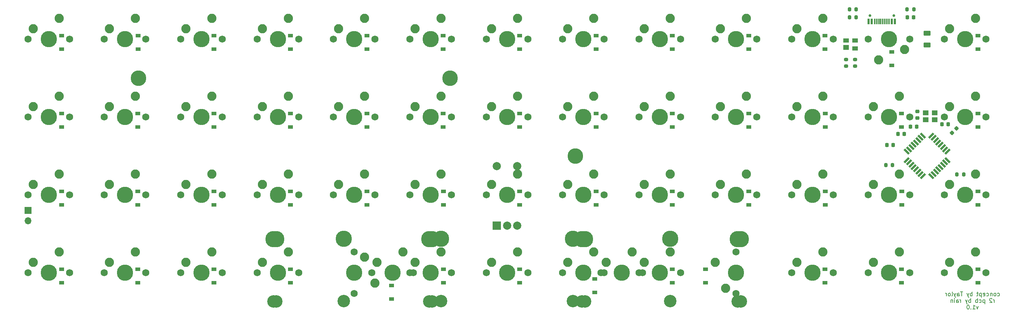
<source format=gbr>
%TF.GenerationSoftware,KiCad,Pcbnew,(5.99.0-11145-g173c9a974c)*%
%TF.CreationDate,2021-07-27T16:02:07-07:00*%
%TF.ProjectId,minibaen r2,6d696e69-6261-4656-9e20-72322e6b6963,rev?*%
%TF.SameCoordinates,Original*%
%TF.FileFunction,Soldermask,Bot*%
%TF.FilePolarity,Negative*%
%FSLAX46Y46*%
G04 Gerber Fmt 4.6, Leading zero omitted, Abs format (unit mm)*
G04 Created by KiCad (PCBNEW (5.99.0-11145-g173c9a974c)) date 2021-07-27 16:02:07*
%MOMM*%
%LPD*%
G01*
G04 APERTURE LIST*
G04 Aperture macros list*
%AMRoundRect*
0 Rectangle with rounded corners*
0 $1 Rounding radius*
0 $2 $3 $4 $5 $6 $7 $8 $9 X,Y pos of 4 corners*
0 Add a 4 corners polygon primitive as box body*
4,1,4,$2,$3,$4,$5,$6,$7,$8,$9,$2,$3,0*
0 Add four circle primitives for the rounded corners*
1,1,$1+$1,$2,$3*
1,1,$1+$1,$4,$5*
1,1,$1+$1,$6,$7*
1,1,$1+$1,$8,$9*
0 Add four rect primitives between the rounded corners*
20,1,$1+$1,$2,$3,$4,$5,0*
20,1,$1+$1,$4,$5,$6,$7,0*
20,1,$1+$1,$6,$7,$8,$9,0*
20,1,$1+$1,$8,$9,$2,$3,0*%
%AMRotRect*
0 Rectangle, with rotation*
0 The origin of the aperture is its center*
0 $1 length*
0 $2 width*
0 $3 Rotation angle, in degrees counterclockwise*
0 Add horizontal line*
21,1,$1,$2,0,0,$3*%
G04 Aperture macros list end*
%ADD10C,0.150000*%
%ADD11R,1.700000X1.700000*%
%ADD12O,1.700000X1.700000*%
%ADD13C,3.987800*%
%ADD14C,1.750000*%
%ADD15C,2.250000*%
%ADD16R,2.000000X2.000000*%
%ADD17C,2.000000*%
%ADD18C,3.048000*%
%ADD19C,3.800000*%
%ADD20R,1.200000X0.900000*%
%ADD21RoundRect,0.225000X0.225000X0.250000X-0.225000X0.250000X-0.225000X-0.250000X0.225000X-0.250000X0*%
%ADD22R,1.400000X1.200000*%
%ADD23R,1.400000X1.000000*%
%ADD24RoundRect,0.200000X0.200000X0.275000X-0.200000X0.275000X-0.200000X-0.275000X0.200000X-0.275000X0*%
%ADD25C,0.650000*%
%ADD26R,0.600000X1.450000*%
%ADD27R,0.300000X1.450000*%
%ADD28RoundRect,0.200000X0.275000X-0.200000X0.275000X0.200000X-0.275000X0.200000X-0.275000X-0.200000X0*%
%ADD29RotRect,1.600000X0.550000X225.000000*%
%ADD30RotRect,1.600000X0.550000X135.000000*%
%ADD31RoundRect,0.200000X-0.200000X-0.275000X0.200000X-0.275000X0.200000X0.275000X-0.200000X0.275000X0*%
%ADD32RoundRect,0.250000X0.625000X-0.375000X0.625000X0.375000X-0.625000X0.375000X-0.625000X-0.375000X0*%
%ADD33RoundRect,0.225000X0.017678X-0.335876X0.335876X-0.017678X-0.017678X0.335876X-0.335876X0.017678X0*%
%ADD34RoundRect,0.225000X-0.250000X0.225000X-0.250000X-0.225000X0.250000X-0.225000X0.250000X0.225000X0*%
G04 APERTURE END LIST*
D10*
X269395238Y-100894761D02*
X269490476Y-100942380D01*
X269680952Y-100942380D01*
X269776190Y-100894761D01*
X269823809Y-100847142D01*
X269871428Y-100751904D01*
X269871428Y-100466190D01*
X269823809Y-100370952D01*
X269776190Y-100323333D01*
X269680952Y-100275714D01*
X269490476Y-100275714D01*
X269395238Y-100323333D01*
X268823809Y-100942380D02*
X268919047Y-100894761D01*
X268966666Y-100847142D01*
X269014285Y-100751904D01*
X269014285Y-100466190D01*
X268966666Y-100370952D01*
X268919047Y-100323333D01*
X268823809Y-100275714D01*
X268680952Y-100275714D01*
X268585714Y-100323333D01*
X268538095Y-100370952D01*
X268490476Y-100466190D01*
X268490476Y-100751904D01*
X268538095Y-100847142D01*
X268585714Y-100894761D01*
X268680952Y-100942380D01*
X268823809Y-100942380D01*
X268061904Y-100275714D02*
X268061904Y-100942380D01*
X268061904Y-100370952D02*
X268014285Y-100323333D01*
X267919047Y-100275714D01*
X267776190Y-100275714D01*
X267680952Y-100323333D01*
X267633333Y-100418571D01*
X267633333Y-100942380D01*
X266728571Y-100894761D02*
X266823809Y-100942380D01*
X267014285Y-100942380D01*
X267109523Y-100894761D01*
X267157142Y-100847142D01*
X267204761Y-100751904D01*
X267204761Y-100466190D01*
X267157142Y-100370952D01*
X267109523Y-100323333D01*
X267014285Y-100275714D01*
X266823809Y-100275714D01*
X266728571Y-100323333D01*
X265919047Y-100894761D02*
X266014285Y-100942380D01*
X266204761Y-100942380D01*
X266300000Y-100894761D01*
X266347619Y-100799523D01*
X266347619Y-100418571D01*
X266300000Y-100323333D01*
X266204761Y-100275714D01*
X266014285Y-100275714D01*
X265919047Y-100323333D01*
X265871428Y-100418571D01*
X265871428Y-100513809D01*
X266347619Y-100609047D01*
X265442857Y-100275714D02*
X265442857Y-101275714D01*
X265442857Y-100323333D02*
X265347619Y-100275714D01*
X265157142Y-100275714D01*
X265061904Y-100323333D01*
X265014285Y-100370952D01*
X264966666Y-100466190D01*
X264966666Y-100751904D01*
X265014285Y-100847142D01*
X265061904Y-100894761D01*
X265157142Y-100942380D01*
X265347619Y-100942380D01*
X265442857Y-100894761D01*
X264680952Y-100275714D02*
X264300000Y-100275714D01*
X264538095Y-99942380D02*
X264538095Y-100799523D01*
X264490476Y-100894761D01*
X264395238Y-100942380D01*
X264300000Y-100942380D01*
X263204761Y-100942380D02*
X263204761Y-99942380D01*
X263204761Y-100323333D02*
X263109523Y-100275714D01*
X262919047Y-100275714D01*
X262823809Y-100323333D01*
X262776190Y-100370952D01*
X262728571Y-100466190D01*
X262728571Y-100751904D01*
X262776190Y-100847142D01*
X262823809Y-100894761D01*
X262919047Y-100942380D01*
X263109523Y-100942380D01*
X263204761Y-100894761D01*
X262395238Y-100275714D02*
X262157142Y-100942380D01*
X261919047Y-100275714D02*
X262157142Y-100942380D01*
X262252380Y-101180476D01*
X262300000Y-101228095D01*
X262395238Y-101275714D01*
X260919047Y-99942380D02*
X260347619Y-99942380D01*
X260633333Y-100942380D02*
X260633333Y-99942380D01*
X259585714Y-100942380D02*
X259585714Y-100418571D01*
X259633333Y-100323333D01*
X259728571Y-100275714D01*
X259919047Y-100275714D01*
X260014285Y-100323333D01*
X259585714Y-100894761D02*
X259680952Y-100942380D01*
X259919047Y-100942380D01*
X260014285Y-100894761D01*
X260061904Y-100799523D01*
X260061904Y-100704285D01*
X260014285Y-100609047D01*
X259919047Y-100561428D01*
X259680952Y-100561428D01*
X259585714Y-100513809D01*
X259204761Y-100275714D02*
X258966666Y-100942380D01*
X258728571Y-100275714D02*
X258966666Y-100942380D01*
X259061904Y-101180476D01*
X259109523Y-101228095D01*
X259204761Y-101275714D01*
X258204761Y-100942380D02*
X258300000Y-100894761D01*
X258347619Y-100799523D01*
X258347619Y-99942380D01*
X257680952Y-100942380D02*
X257776190Y-100894761D01*
X257823809Y-100847142D01*
X257871428Y-100751904D01*
X257871428Y-100466190D01*
X257823809Y-100370952D01*
X257776190Y-100323333D01*
X257680952Y-100275714D01*
X257538095Y-100275714D01*
X257442857Y-100323333D01*
X257395238Y-100370952D01*
X257347619Y-100466190D01*
X257347619Y-100751904D01*
X257395238Y-100847142D01*
X257442857Y-100894761D01*
X257538095Y-100942380D01*
X257680952Y-100942380D01*
X256919047Y-100942380D02*
X256919047Y-100275714D01*
X256919047Y-100466190D02*
X256871428Y-100370952D01*
X256823809Y-100323333D01*
X256728571Y-100275714D01*
X256633333Y-100275714D01*
X268609523Y-102552380D02*
X268609523Y-101885714D01*
X268609523Y-102076190D02*
X268561904Y-101980952D01*
X268514285Y-101933333D01*
X268419047Y-101885714D01*
X268323809Y-101885714D01*
X268038095Y-101647619D02*
X267990476Y-101600000D01*
X267895238Y-101552380D01*
X267657142Y-101552380D01*
X267561904Y-101600000D01*
X267514285Y-101647619D01*
X267466666Y-101742857D01*
X267466666Y-101838095D01*
X267514285Y-101980952D01*
X268085714Y-102552380D01*
X267466666Y-102552380D01*
X266276190Y-101885714D02*
X266276190Y-102885714D01*
X266276190Y-101933333D02*
X266180952Y-101885714D01*
X265990476Y-101885714D01*
X265895238Y-101933333D01*
X265847619Y-101980952D01*
X265800000Y-102076190D01*
X265800000Y-102361904D01*
X265847619Y-102457142D01*
X265895238Y-102504761D01*
X265990476Y-102552380D01*
X266180952Y-102552380D01*
X266276190Y-102504761D01*
X264942857Y-102504761D02*
X265038095Y-102552380D01*
X265228571Y-102552380D01*
X265323809Y-102504761D01*
X265371428Y-102457142D01*
X265419047Y-102361904D01*
X265419047Y-102076190D01*
X265371428Y-101980952D01*
X265323809Y-101933333D01*
X265228571Y-101885714D01*
X265038095Y-101885714D01*
X264942857Y-101933333D01*
X264514285Y-102552380D02*
X264514285Y-101552380D01*
X264514285Y-101933333D02*
X264419047Y-101885714D01*
X264228571Y-101885714D01*
X264133333Y-101933333D01*
X264085714Y-101980952D01*
X264038095Y-102076190D01*
X264038095Y-102361904D01*
X264085714Y-102457142D01*
X264133333Y-102504761D01*
X264228571Y-102552380D01*
X264419047Y-102552380D01*
X264514285Y-102504761D01*
X262847619Y-102552380D02*
X262847619Y-101552380D01*
X262847619Y-101933333D02*
X262752380Y-101885714D01*
X262561904Y-101885714D01*
X262466666Y-101933333D01*
X262419047Y-101980952D01*
X262371428Y-102076190D01*
X262371428Y-102361904D01*
X262419047Y-102457142D01*
X262466666Y-102504761D01*
X262561904Y-102552380D01*
X262752380Y-102552380D01*
X262847619Y-102504761D01*
X262038095Y-101885714D02*
X261800000Y-102552380D01*
X261561904Y-101885714D02*
X261800000Y-102552380D01*
X261895238Y-102790476D01*
X261942857Y-102838095D01*
X262038095Y-102885714D01*
X260419047Y-102552380D02*
X260419047Y-101885714D01*
X260419047Y-102076190D02*
X260371428Y-101980952D01*
X260323809Y-101933333D01*
X260228571Y-101885714D01*
X260133333Y-101885714D01*
X259371428Y-102552380D02*
X259371428Y-102028571D01*
X259419047Y-101933333D01*
X259514285Y-101885714D01*
X259704761Y-101885714D01*
X259800000Y-101933333D01*
X259371428Y-102504761D02*
X259466666Y-102552380D01*
X259704761Y-102552380D01*
X259800000Y-102504761D01*
X259847619Y-102409523D01*
X259847619Y-102314285D01*
X259800000Y-102219047D01*
X259704761Y-102171428D01*
X259466666Y-102171428D01*
X259371428Y-102123809D01*
X258895238Y-102552380D02*
X258895238Y-101885714D01*
X258895238Y-101552380D02*
X258942857Y-101600000D01*
X258895238Y-101647619D01*
X258847619Y-101600000D01*
X258895238Y-101552380D01*
X258895238Y-101647619D01*
X258419047Y-101885714D02*
X258419047Y-102552380D01*
X258419047Y-101980952D02*
X258371428Y-101933333D01*
X258276190Y-101885714D01*
X258133333Y-101885714D01*
X258038095Y-101933333D01*
X257990476Y-102028571D01*
X257990476Y-102552380D01*
X264728571Y-103495714D02*
X264490476Y-104162380D01*
X264252380Y-103495714D01*
X263347619Y-104162380D02*
X263919047Y-104162380D01*
X263633333Y-104162380D02*
X263633333Y-103162380D01*
X263728571Y-103305238D01*
X263823809Y-103400476D01*
X263919047Y-103448095D01*
X262919047Y-104067142D02*
X262871428Y-104114761D01*
X262919047Y-104162380D01*
X262966666Y-104114761D01*
X262919047Y-104067142D01*
X262919047Y-104162380D01*
X262252380Y-103162380D02*
X262157142Y-103162380D01*
X262061904Y-103210000D01*
X262014285Y-103257619D01*
X261966666Y-103352857D01*
X261919047Y-103543333D01*
X261919047Y-103781428D01*
X261966666Y-103971904D01*
X262014285Y-104067142D01*
X262061904Y-104114761D01*
X262157142Y-104162380D01*
X262252380Y-104162380D01*
X262347619Y-104114761D01*
X262395238Y-104067142D01*
X262442857Y-103971904D01*
X262490476Y-103781428D01*
X262490476Y-103543333D01*
X262442857Y-103352857D01*
X262395238Y-103257619D01*
X262347619Y-103210000D01*
X262252380Y-103162380D01*
D11*
%TO.C,SW1*%
X32300000Y-80000000D03*
D12*
X32300000Y-82540000D03*
%TD*%
D13*
%TO.C,MX5*%
X112080000Y-38100000D03*
D14*
X117160000Y-38100000D03*
X107000000Y-38100000D03*
D15*
X108270000Y-35560000D03*
X114620000Y-33020000D03*
%TD*%
D14*
%TO.C,MX1*%
X42440000Y-38100000D03*
D13*
X37360000Y-38100000D03*
D14*
X32280000Y-38100000D03*
D15*
X33550000Y-35560000D03*
X39900000Y-33020000D03*
%TD*%
D14*
%TO.C,MX35*%
X181720000Y-76200000D03*
D13*
X186800000Y-76200000D03*
D14*
X191880000Y-76200000D03*
D15*
X182990000Y-73660000D03*
X189340000Y-71120000D03*
%TD*%
D14*
%TO.C,MX47*%
X173200000Y-95250000D03*
X163040000Y-95250000D03*
D13*
X168120000Y-95250000D03*
D15*
X164310000Y-92710000D03*
X170660000Y-90170000D03*
%TD*%
D16*
%TO.C,SW2*%
X146940000Y-83700000D03*
D17*
X151940000Y-83700000D03*
X149440000Y-83700000D03*
X151940000Y-69200000D03*
X146940000Y-69200000D03*
%TD*%
D14*
%TO.C,MX42*%
X79800000Y-95250000D03*
X69640000Y-95250000D03*
D13*
X74720000Y-95250000D03*
D15*
X70910000Y-92710000D03*
X77260000Y-90170000D03*
%TD*%
D13*
%TO.C,MX56*%
X130390000Y-86995000D03*
D18*
X130390000Y-102235000D03*
D13*
X168490000Y-86995000D03*
D14*
X144360000Y-95250000D03*
D13*
X149440000Y-95250000D03*
D14*
X154520000Y-95250000D03*
D18*
X168490000Y-102235000D03*
D15*
X145630000Y-92710000D03*
X151980000Y-90170000D03*
%TD*%
D13*
%TO.C,MX40*%
X37360000Y-95250000D03*
D14*
X32280000Y-95250000D03*
X42440000Y-95250000D03*
D15*
X33550000Y-92710000D03*
X39900000Y-90170000D03*
%TD*%
D18*
%TO.C,MX58*%
X205850000Y-102235000D03*
D14*
X181720000Y-95250000D03*
X191880000Y-95250000D03*
D13*
X167750000Y-86995000D03*
X186800000Y-95250000D03*
D18*
X167750000Y-102235000D03*
D13*
X205850000Y-86995000D03*
D15*
X182990000Y-92710000D03*
X189340000Y-90170000D03*
%TD*%
D14*
%TO.C,MX36*%
X210560000Y-76200000D03*
D13*
X205480000Y-76200000D03*
D14*
X200400000Y-76200000D03*
D15*
X201670000Y-73660000D03*
X208020000Y-71120000D03*
%TD*%
D14*
%TO.C,MX29*%
X79800000Y-76200000D03*
X69640000Y-76200000D03*
D13*
X74720000Y-76200000D03*
D15*
X70910000Y-73660000D03*
X77260000Y-71120000D03*
%TD*%
D14*
%TO.C,MX15*%
X61120000Y-57150000D03*
D13*
X56040000Y-57150000D03*
D14*
X50960000Y-57150000D03*
D15*
X52230000Y-54610000D03*
X58580000Y-52070000D03*
%TD*%
D14*
%TO.C,MX22*%
X191880000Y-57150000D03*
D13*
X186800000Y-57150000D03*
D14*
X181720000Y-57150000D03*
D15*
X182990000Y-54610000D03*
X189340000Y-52070000D03*
%TD*%
D14*
%TO.C,MX55*%
X154520000Y-95250000D03*
D13*
X206590000Y-86995000D03*
X92290000Y-86995000D03*
D18*
X92290000Y-102235000D03*
D14*
X144360000Y-95250000D03*
D13*
X149440000Y-95250000D03*
D18*
X206590000Y-102235000D03*
D15*
X145630000Y-92710000D03*
X151980000Y-90170000D03*
%TD*%
D13*
%TO.C,MX11*%
X224160000Y-38100000D03*
D14*
X229240000Y-38100000D03*
X219080000Y-38100000D03*
D15*
X220350000Y-35560000D03*
X226700000Y-33020000D03*
%TD*%
D19*
%TO.C,H1*%
X59321000Y-47625000D03*
%TD*%
D14*
%TO.C,MX7*%
X154520000Y-38100000D03*
D13*
X149440000Y-38100000D03*
D14*
X144360000Y-38100000D03*
D15*
X145630000Y-35560000D03*
X151980000Y-33020000D03*
%TD*%
D14*
%TO.C,MX48*%
X191880000Y-95250000D03*
X181720000Y-95250000D03*
D13*
X186800000Y-95250000D03*
D15*
X182990000Y-92710000D03*
X189340000Y-90170000D03*
%TD*%
D13*
%TO.C,MX6*%
X130760000Y-38100000D03*
D14*
X125680000Y-38100000D03*
X135840000Y-38100000D03*
D15*
X126950000Y-35560000D03*
X133300000Y-33020000D03*
%TD*%
D14*
%TO.C,MX44*%
X112080000Y-100330000D03*
X112080000Y-90170000D03*
D13*
X112080000Y-95250000D03*
D15*
X114620000Y-91440000D03*
X117160000Y-97790000D03*
%TD*%
D14*
%TO.C,MX27*%
X32280000Y-76200000D03*
X42440000Y-76200000D03*
D13*
X37360000Y-76200000D03*
D15*
X33550000Y-73660000D03*
X39900000Y-71120000D03*
%TD*%
D14*
%TO.C,MX2*%
X50960000Y-38100000D03*
D13*
X56040000Y-38100000D03*
D14*
X61120000Y-38100000D03*
D15*
X52230000Y-35560000D03*
X58580000Y-33020000D03*
%TD*%
D13*
%TO.C,MX19*%
X130760000Y-57150000D03*
D14*
X135840000Y-57150000D03*
X125680000Y-57150000D03*
D15*
X126950000Y-54610000D03*
X133300000Y-52070000D03*
%TD*%
D14*
%TO.C,MX53*%
X116340000Y-95244000D03*
D13*
X121420000Y-95244000D03*
X109513750Y-86989000D03*
X133326250Y-86989000D03*
D18*
X109513750Y-102229000D03*
D14*
X126500000Y-95244000D03*
D18*
X133326250Y-102229000D03*
D15*
X117610000Y-92704000D03*
X123960000Y-90164000D03*
%TD*%
D13*
%TO.C,MX46*%
X149440000Y-95250000D03*
D14*
X144360000Y-95250000D03*
X154520000Y-95250000D03*
D15*
X145630000Y-92710000D03*
X151980000Y-90170000D03*
%TD*%
D13*
%TO.C,MX52*%
X261520000Y-95250000D03*
D14*
X256440000Y-95250000D03*
X266600000Y-95250000D03*
D15*
X257710000Y-92710000D03*
X264060000Y-90170000D03*
%TD*%
D14*
%TO.C,MX49*%
X205480000Y-100330000D03*
D13*
X205480000Y-95250000D03*
D14*
X205480000Y-90170000D03*
D15*
X202940000Y-99060000D03*
X200400000Y-92710000D03*
%TD*%
D14*
%TO.C,MX24*%
X229240000Y-57150000D03*
X219080000Y-57150000D03*
D13*
X224160000Y-57150000D03*
D15*
X220350000Y-54610000D03*
X226700000Y-52070000D03*
%TD*%
D13*
%TO.C,MX32*%
X130760000Y-76200000D03*
D14*
X135840000Y-76200000D03*
X125680000Y-76200000D03*
D15*
X126950000Y-73660000D03*
X133300000Y-71120000D03*
%TD*%
D13*
%TO.C,MX39*%
X261520000Y-76200000D03*
D14*
X266600000Y-76200000D03*
X256440000Y-76200000D03*
D15*
X257710000Y-73660000D03*
X264060000Y-71120000D03*
%TD*%
D13*
%TO.C,MX21*%
X168120000Y-57150000D03*
D14*
X163040000Y-57150000D03*
X173200000Y-57150000D03*
D15*
X164310000Y-54610000D03*
X170660000Y-52070000D03*
%TD*%
D14*
%TO.C,MX12*%
X237760000Y-38100000D03*
X247920000Y-38100000D03*
D13*
X242840000Y-38100000D03*
D15*
X246650000Y-40640000D03*
X240300000Y-43180000D03*
%TD*%
D13*
%TO.C,MX33*%
X149440000Y-76200000D03*
D14*
X144360000Y-76200000D03*
X154520000Y-76200000D03*
D15*
X145630000Y-73660000D03*
X151980000Y-71120000D03*
%TD*%
D14*
%TO.C,MX57*%
X172380000Y-95244000D03*
D13*
X165553750Y-86989000D03*
X177460000Y-95244000D03*
D18*
X189366250Y-102229000D03*
D13*
X189366250Y-86989000D03*
D14*
X182540000Y-95244000D03*
D18*
X165553750Y-102229000D03*
D15*
X173650000Y-92704000D03*
X180000000Y-90164000D03*
%TD*%
D14*
%TO.C,MX23*%
X210560000Y-57150000D03*
X200400000Y-57150000D03*
D13*
X205480000Y-57150000D03*
D15*
X201670000Y-54610000D03*
X208020000Y-52070000D03*
%TD*%
D19*
%TO.C,H2*%
X135521000Y-47625000D03*
%TD*%
D14*
%TO.C,MX17*%
X98480000Y-57150000D03*
X88320000Y-57150000D03*
D13*
X93400000Y-57150000D03*
D15*
X89590000Y-54610000D03*
X95940000Y-52070000D03*
%TD*%
D13*
%TO.C,MX30*%
X93400000Y-76200000D03*
D14*
X88320000Y-76200000D03*
X98480000Y-76200000D03*
D15*
X89590000Y-73660000D03*
X95940000Y-71120000D03*
%TD*%
D13*
%TO.C,MX41*%
X56040000Y-95250000D03*
D14*
X50960000Y-95250000D03*
X61120000Y-95250000D03*
D15*
X52230000Y-92710000D03*
X58580000Y-90170000D03*
%TD*%
D14*
%TO.C,MX9*%
X191880000Y-38100000D03*
D13*
X186800000Y-38100000D03*
D14*
X181720000Y-38100000D03*
D15*
X182990000Y-35560000D03*
X189340000Y-33020000D03*
%TD*%
D13*
%TO.C,MX51*%
X242840000Y-95250000D03*
D14*
X237760000Y-95250000D03*
X247920000Y-95250000D03*
D15*
X239030000Y-92710000D03*
X245380000Y-90170000D03*
%TD*%
D19*
%TO.C,H3*%
X166171000Y-66675000D03*
%TD*%
D13*
%TO.C,MX10*%
X205480000Y-38100000D03*
D14*
X210560000Y-38100000D03*
X200400000Y-38100000D03*
D15*
X201670000Y-35560000D03*
X208020000Y-33020000D03*
%TD*%
D14*
%TO.C,MX8*%
X173200000Y-38100000D03*
X163040000Y-38100000D03*
D13*
X168120000Y-38100000D03*
D15*
X164310000Y-35560000D03*
X170660000Y-33020000D03*
%TD*%
D14*
%TO.C,MX3*%
X69640000Y-38100000D03*
X79800000Y-38100000D03*
D13*
X74720000Y-38100000D03*
D15*
X70910000Y-35560000D03*
X77260000Y-33020000D03*
%TD*%
D14*
%TO.C,MX20*%
X154520000Y-57150000D03*
X144360000Y-57150000D03*
D13*
X149440000Y-57150000D03*
D15*
X145630000Y-54610000D03*
X151980000Y-52070000D03*
%TD*%
D14*
%TO.C,MX31*%
X107000000Y-76200000D03*
X117160000Y-76200000D03*
D13*
X112080000Y-76200000D03*
D15*
X108270000Y-73660000D03*
X114620000Y-71120000D03*
%TD*%
D14*
%TO.C,MX18*%
X117160000Y-57150000D03*
D13*
X112080000Y-57150000D03*
D14*
X107000000Y-57150000D03*
D15*
X108270000Y-54610000D03*
X114620000Y-52070000D03*
%TD*%
D14*
%TO.C,MX4*%
X88320000Y-38100000D03*
D13*
X93400000Y-38100000D03*
D14*
X98480000Y-38100000D03*
D15*
X89590000Y-35560000D03*
X95940000Y-33020000D03*
%TD*%
D14*
%TO.C,MX54*%
X112080000Y-100330000D03*
D18*
X93030000Y-102235000D03*
D13*
X112080000Y-95250000D03*
X93030000Y-86995000D03*
X131130000Y-86995000D03*
D18*
X131130000Y-102235000D03*
D14*
X112080000Y-90170000D03*
D15*
X114620000Y-91440000D03*
X117160000Y-97790000D03*
%TD*%
D14*
%TO.C,MX28*%
X50960000Y-76200000D03*
X61120000Y-76200000D03*
D13*
X56040000Y-76200000D03*
D15*
X52230000Y-73660000D03*
X58580000Y-71120000D03*
%TD*%
D14*
%TO.C,MX38*%
X237760000Y-76200000D03*
X247920000Y-76200000D03*
D13*
X242840000Y-76200000D03*
D15*
X239030000Y-73660000D03*
X245380000Y-71120000D03*
%TD*%
D14*
%TO.C,MX26*%
X266600000Y-57150000D03*
D13*
X261520000Y-57150000D03*
D14*
X256440000Y-57150000D03*
D15*
X257710000Y-54610000D03*
X264060000Y-52070000D03*
%TD*%
D14*
%TO.C,MX25*%
X237760000Y-57150000D03*
X247920000Y-57150000D03*
D13*
X242840000Y-57150000D03*
D15*
X239030000Y-54610000D03*
X245380000Y-52070000D03*
%TD*%
D14*
%TO.C,MX16*%
X69640000Y-57150000D03*
X79800000Y-57150000D03*
D13*
X74720000Y-57150000D03*
D15*
X70910000Y-54610000D03*
X77260000Y-52070000D03*
%TD*%
D13*
%TO.C,MX34*%
X168120000Y-76200000D03*
D14*
X163040000Y-76200000D03*
X173200000Y-76200000D03*
D15*
X164310000Y-73660000D03*
X170660000Y-71120000D03*
%TD*%
D13*
%TO.C,MX45*%
X130760000Y-95250000D03*
D14*
X135840000Y-95250000D03*
X125680000Y-95250000D03*
D15*
X126950000Y-92710000D03*
X133300000Y-90170000D03*
%TD*%
D14*
%TO.C,MX37*%
X219080000Y-76200000D03*
X229240000Y-76200000D03*
D13*
X224160000Y-76200000D03*
D15*
X220350000Y-73660000D03*
X226700000Y-71120000D03*
%TD*%
D14*
%TO.C,MX14*%
X42440000Y-57150000D03*
X32280000Y-57150000D03*
D13*
X37360000Y-57150000D03*
D15*
X33550000Y-54610000D03*
X39900000Y-52070000D03*
%TD*%
D14*
%TO.C,MX13*%
X266600000Y-38100000D03*
X256440000Y-38100000D03*
D13*
X261520000Y-38100000D03*
D15*
X257710000Y-35560000D03*
X264060000Y-33020000D03*
%TD*%
D13*
%TO.C,MX43*%
X93400000Y-95250000D03*
D14*
X98480000Y-95250000D03*
X88320000Y-95250000D03*
D15*
X89590000Y-92710000D03*
X95940000Y-90170000D03*
%TD*%
D14*
%TO.C,MX50*%
X229240000Y-95250000D03*
D13*
X224160000Y-95250000D03*
D14*
X219080000Y-95250000D03*
D15*
X220350000Y-92710000D03*
X226700000Y-90170000D03*
%TD*%
D20*
%TO.C,D16*%
X77800000Y-59590100D03*
X77800000Y-56290100D03*
%TD*%
%TO.C,D33*%
X152500000Y-78638900D03*
X152500000Y-75338900D03*
%TD*%
%TO.C,D28*%
X59100000Y-78638900D03*
X59100000Y-75338900D03*
%TD*%
%TO.C,D22*%
X189900000Y-59590100D03*
X189900000Y-56290100D03*
%TD*%
%TO.C,D7*%
X152500000Y-40541300D03*
X152500000Y-37241300D03*
%TD*%
D21*
%TO.C,C4*%
X257375000Y-58900000D03*
X255825000Y-58900000D03*
%TD*%
D20*
%TO.C,D27*%
X40500000Y-78638900D03*
X40500000Y-75338900D03*
%TD*%
%TO.C,D40*%
X40500000Y-97687700D03*
X40500000Y-94387700D03*
%TD*%
%TO.C,D14*%
X40500000Y-59590100D03*
X40500000Y-56290100D03*
%TD*%
D22*
%TO.C,U2*%
X232400000Y-40170000D03*
D23*
X232400000Y-38450000D03*
X234600000Y-38450000D03*
X234600000Y-40350000D03*
%TD*%
D20*
%TO.C,D39*%
X264600000Y-78638900D03*
X264600000Y-75338900D03*
%TD*%
D24*
%TO.C,R7*%
X234825000Y-32800000D03*
X233175000Y-32800000D03*
%TD*%
D20*
%TO.C,D49*%
X198000000Y-97687700D03*
X198000000Y-94387700D03*
%TD*%
D24*
%TO.C,R4*%
X261125000Y-71200000D03*
X259475000Y-71200000D03*
%TD*%
D21*
%TO.C,C6*%
X249675000Y-59500000D03*
X248125000Y-59500000D03*
%TD*%
D20*
%TO.C,D36*%
X208600000Y-78638900D03*
X208600000Y-75338900D03*
%TD*%
%TO.C,D23*%
X208600000Y-59590100D03*
X208600000Y-56290100D03*
%TD*%
%TO.C,D5*%
X115200000Y-40541300D03*
X115200000Y-37241300D03*
%TD*%
D25*
%TO.C,USB1*%
X244008000Y-32327500D03*
X238228000Y-32327500D03*
D26*
X237893000Y-33772500D03*
X238668000Y-33772500D03*
D27*
X239368000Y-33772500D03*
X239868000Y-33772500D03*
X240368000Y-33772500D03*
X240868000Y-33772500D03*
X241368000Y-33772500D03*
X241868000Y-33772500D03*
X242368000Y-33772500D03*
X242868000Y-33772500D03*
D26*
X243568000Y-33772500D03*
X244343000Y-33772500D03*
%TD*%
D20*
%TO.C,D6*%
X133800000Y-40541300D03*
X133800000Y-37241300D03*
%TD*%
%TO.C,D18*%
X115200000Y-59590100D03*
X115200000Y-56290100D03*
%TD*%
%TO.C,D10*%
X208600000Y-40541300D03*
X208600000Y-37241300D03*
%TD*%
D22*
%TO.C,Y1*%
X251800000Y-56150000D03*
X254000000Y-56150000D03*
X254000000Y-57850000D03*
X251800000Y-57850000D03*
%TD*%
D20*
%TO.C,D3*%
X77800000Y-40541300D03*
X77800000Y-37241300D03*
%TD*%
%TO.C,D29*%
X77800000Y-78638900D03*
X77800000Y-75338900D03*
%TD*%
D28*
%TO.C,R3*%
X234600000Y-44725000D03*
X234600000Y-43075000D03*
%TD*%
D20*
%TO.C,D25*%
X245900000Y-59590100D03*
X245900000Y-56290100D03*
%TD*%
%TO.C,D2*%
X59200000Y-40541300D03*
X59200000Y-37241300D03*
%TD*%
%TO.C,D30*%
X96500000Y-78638900D03*
X96500000Y-75338900D03*
%TD*%
D29*
%TO.C,U1*%
X253225305Y-61689897D03*
X253790990Y-62255583D03*
X254356676Y-62821268D03*
X254922361Y-63386953D03*
X255488047Y-63952639D03*
X256053732Y-64518324D03*
X256619417Y-65084010D03*
X257185103Y-65649695D03*
D30*
X257185103Y-67700305D03*
X256619417Y-68265990D03*
X256053732Y-68831676D03*
X255488047Y-69397361D03*
X254922361Y-69963047D03*
X254356676Y-70528732D03*
X253790990Y-71094417D03*
X253225305Y-71660103D03*
D29*
X251174695Y-71660103D03*
X250609010Y-71094417D03*
X250043324Y-70528732D03*
X249477639Y-69963047D03*
X248911953Y-69397361D03*
X248346268Y-68831676D03*
X247780583Y-68265990D03*
X247214897Y-67700305D03*
D30*
X247214897Y-65649695D03*
X247780583Y-65084010D03*
X248346268Y-64518324D03*
X248911953Y-63952639D03*
X249477639Y-63386953D03*
X250043324Y-62821268D03*
X250609010Y-62255583D03*
X251174695Y-61689897D03*
%TD*%
D20*
%TO.C,D9*%
X189900000Y-40541300D03*
X189900000Y-37241300D03*
%TD*%
D21*
%TO.C,C3*%
X243875000Y-64000000D03*
X242325000Y-64000000D03*
%TD*%
D20*
%TO.C,D43*%
X96500000Y-97687700D03*
X96500000Y-94387700D03*
%TD*%
%TO.C,D24*%
X227300000Y-59590100D03*
X227300000Y-56290100D03*
%TD*%
D28*
%TO.C,R2*%
X232400000Y-44725000D03*
X232400000Y-43075000D03*
%TD*%
D20*
%TO.C,D15*%
X59100000Y-59590100D03*
X59100000Y-56290100D03*
%TD*%
%TO.C,D35*%
X189900000Y-78638900D03*
X189900000Y-75338900D03*
%TD*%
%TO.C,D52*%
X264600000Y-97687700D03*
X264600000Y-94387700D03*
%TD*%
%TO.C,D31*%
X115200000Y-78638900D03*
X115200000Y-75338900D03*
%TD*%
%TO.C,D48*%
X189900000Y-97687700D03*
X189900000Y-94387700D03*
%TD*%
%TO.C,D45*%
X133900000Y-97687700D03*
X133900000Y-94387700D03*
%TD*%
%TO.C,D17*%
X96500000Y-59590100D03*
X96500000Y-56290100D03*
%TD*%
%TO.C,D37*%
X227300000Y-78638900D03*
X227300000Y-75338900D03*
%TD*%
D31*
%TO.C,R1*%
X242075000Y-68900000D03*
X243725000Y-68900000D03*
%TD*%
D20*
%TO.C,D46*%
X152500000Y-97687700D03*
X152500000Y-94387700D03*
%TD*%
%TO.C,D32*%
X133900000Y-78638900D03*
X133900000Y-75338900D03*
%TD*%
%TO.C,D34*%
X171200000Y-78638900D03*
X171200000Y-75338900D03*
%TD*%
%TO.C,D19*%
X133800000Y-59590100D03*
X133800000Y-56290100D03*
%TD*%
%TO.C,D47*%
X170900000Y-100068800D03*
X170900000Y-96768800D03*
%TD*%
D32*
%TO.C,F1*%
X252200000Y-39500000D03*
X252200000Y-36700000D03*
%TD*%
D20*
%TO.C,D42*%
X77800000Y-97687700D03*
X77800000Y-94387700D03*
%TD*%
D24*
%TO.C,R5*%
X234825000Y-30800000D03*
X233175000Y-30800000D03*
%TD*%
D21*
%TO.C,C5*%
X246575000Y-61300000D03*
X245025000Y-61300000D03*
%TD*%
D31*
%TO.C,R6*%
X247275000Y-30800000D03*
X248925000Y-30800000D03*
%TD*%
D20*
%TO.C,D21*%
X171200000Y-59590100D03*
X171200000Y-56290100D03*
%TD*%
%TO.C,D11*%
X227200000Y-40541300D03*
X227200000Y-37241300D03*
%TD*%
%TO.C,D44*%
X121200000Y-101656200D03*
X121200000Y-98356200D03*
%TD*%
%TO.C,D38*%
X246000000Y-78638900D03*
X246000000Y-75338900D03*
%TD*%
%TO.C,D12*%
X243500000Y-44509800D03*
X243500000Y-41209800D03*
%TD*%
%TO.C,D1*%
X40500000Y-40541300D03*
X40500000Y-37241300D03*
%TD*%
%TO.C,D50*%
X227200000Y-97687700D03*
X227200000Y-94387700D03*
%TD*%
%TO.C,D8*%
X171200000Y-40541300D03*
X171200000Y-37241300D03*
%TD*%
D33*
%TO.C,C7*%
X258251992Y-61048008D03*
X259348008Y-59951992D03*
%TD*%
D20*
%TO.C,D20*%
X152500000Y-59590100D03*
X152500000Y-56290100D03*
%TD*%
%TO.C,D41*%
X59100000Y-97687700D03*
X59100000Y-94387700D03*
%TD*%
D21*
%TO.C,C1*%
X248875000Y-32800000D03*
X247325000Y-32800000D03*
%TD*%
D20*
%TO.C,D13*%
X264600000Y-40541300D03*
X264600000Y-37241300D03*
%TD*%
%TO.C,D26*%
X264600000Y-59590100D03*
X264600000Y-56290100D03*
%TD*%
D34*
%TO.C,C2*%
X249800000Y-55825000D03*
X249800000Y-57375000D03*
%TD*%
D20*
%TO.C,D51*%
X245900000Y-97687700D03*
X245900000Y-94387700D03*
%TD*%
%TO.C,D4*%
X96500000Y-40541300D03*
X96500000Y-37241300D03*
%TD*%
M02*

</source>
